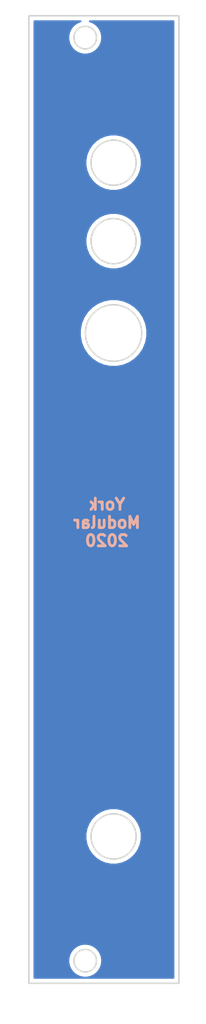
<source format=kicad_pcb>
(kicad_pcb (version 20171130) (host pcbnew 5.1.7-a382d34a8~87~ubuntu18.04.1)

  (general
    (thickness 1.6)
    (drawings 23)
    (tracks 0)
    (zones 0)
    (modules 0)
    (nets 1)
  )

  (page A4)
  (layers
    (0 F.Cu signal)
    (31 B.Cu signal)
    (32 B.Adhes user)
    (33 F.Adhes user)
    (34 B.Paste user)
    (35 F.Paste user)
    (36 B.SilkS user)
    (37 F.SilkS user)
    (38 B.Mask user)
    (39 F.Mask user)
    (40 Dwgs.User user)
    (41 Cmts.User user)
    (42 Eco1.User user)
    (43 Eco2.User user)
    (44 Edge.Cuts user)
    (45 Margin user)
    (46 B.CrtYd user)
    (47 F.CrtYd user)
    (48 B.Fab user)
    (49 F.Fab user)
  )

  (setup
    (last_trace_width 0.25)
    (trace_clearance 0.2)
    (zone_clearance 0.508)
    (zone_45_only no)
    (trace_min 0.2)
    (via_size 0.8)
    (via_drill 0.4)
    (via_min_size 0.4)
    (via_min_drill 0.3)
    (uvia_size 0.3)
    (uvia_drill 0.1)
    (uvias_allowed no)
    (uvia_min_size 0.2)
    (uvia_min_drill 0.1)
    (edge_width 0.05)
    (segment_width 0.2)
    (pcb_text_width 0.3)
    (pcb_text_size 1.5 1.5)
    (mod_edge_width 0.12)
    (mod_text_size 1 1)
    (mod_text_width 0.15)
    (pad_size 1.524 1.524)
    (pad_drill 0.762)
    (pad_to_mask_clearance 0.051)
    (solder_mask_min_width 0.25)
    (aux_axis_origin 0 0)
    (grid_origin 68.87383 163.51)
    (visible_elements FFFFFF7F)
    (pcbplotparams
      (layerselection 0x010fc_ffffffff)
      (usegerberextensions true)
      (usegerberattributes false)
      (usegerberadvancedattributes false)
      (creategerberjobfile false)
      (excludeedgelayer true)
      (linewidth 0.100000)
      (plotframeref false)
      (viasonmask false)
      (mode 1)
      (useauxorigin false)
      (hpglpennumber 1)
      (hpglpenspeed 20)
      (hpglpendiameter 15.000000)
      (psnegative false)
      (psa4output false)
      (plotreference true)
      (plotvalue true)
      (plotinvisibletext false)
      (padsonsilk false)
      (subtractmaskfromsilk false)
      (outputformat 1)
      (mirror false)
      (drillshape 0)
      (scaleselection 1)
      (outputdirectory "gerbers"))
  )

  (net 0 "")

  (net_class Default "This is the default net class."
    (clearance 0.2)
    (trace_width 0.25)
    (via_dia 0.8)
    (via_drill 0.4)
    (uvia_dia 0.3)
    (uvia_drill 0.1)
  )

  (gr_text "York\nModular\n2020" (at 79.248 102.362) (layer B.SilkS)
    (effects (font (size 1.5 1.5) (thickness 0.375)) (justify mirror))
  )
  (gr_text VCA (at 84.836 38.1) (layer F.Mask) (tstamp 5EB2E4C8)
    (effects (font (size 2 2) (thickness 0.5)))
  )
  (gr_text VCA (at 84.836 38.1) (layer F.Cu)
    (effects (font (size 2 2) (thickness 0.5)))
  )
  (gr_text IN (at 70.866 54.61 90) (layer F.Mask) (tstamp 5EB2E353)
    (effects (font (size 2 2) (thickness 0.5)))
  )
  (gr_text CV (at 70.866 65.024 90) (layer F.Mask) (tstamp 5EB2E350)
    (effects (font (size 2 2) (thickness 0.5)))
  )
  (gr_text LVL (at 70.866 77.216 90) (layer F.Mask) (tstamp 5EB2E4AC)
    (effects (font (size 2 2) (thickness 0.5)))
  )
  (gr_text OUT (at 70.866 144.018 90) (layer F.Mask) (tstamp 5EB2E49E)
    (effects (font (size 2 2) (thickness 0.5)))
  )
  (gr_text THAT2180 (at 78.994 120.142) (layer F.Mask) (tstamp 5EB2E347)
    (effects (font (size 3 2) (thickness 0.5)))
  )
  (gr_text THAT2180 (at 78.994 120.142) (layer F.Cu)
    (effects (font (size 3 2) (thickness 0.5)))
  )
  (gr_text OUT (at 70.866 144.018 90) (layer F.Cu) (tstamp 5EB2E2E8)
    (effects (font (size 2 2) (thickness 0.5)))
  )
  (gr_text LVL (at 70.866 77.216 90) (layer F.Cu) (tstamp 5EB2E2DE)
    (effects (font (size 2 2) (thickness 0.5)))
  )
  (gr_text CV (at 70.866 65.024 90) (layer F.Cu) (tstamp 5EB2E2D8)
    (effects (font (size 2 2) (thickness 0.5)))
  )
  (gr_text IN (at 70.866 54.61 90) (layer F.Cu)
    (effects (font (size 2 2) (thickness 0.5)))
  )
  (gr_line (start 68.87383 163.51) (end 68.87383 35.11) (layer Edge.Cuts) (width 0.2))
  (gr_line (start 68.87383 35.11) (end 88.85383 35.11) (layer Edge.Cuts) (width 0.2))
  (gr_line (start 88.85383 163.51) (end 68.87383 163.51) (layer Edge.Cuts) (width 0.2))
  (gr_circle (center 80.14883 77.212) (end 83.89883 77.212) (layer Edge.Cuts) (width 0.2))
  (gr_circle (center 80.14883 144.014) (end 83.14883 144.014) (layer Edge.Cuts) (width 0.2))
  (gr_circle (center 76.37383 160.51) (end 77.87383 160.51) (layer Edge.Cuts) (width 0.2))
  (gr_circle (center 76.37383 38.01) (end 77.87383 38.01) (layer Edge.Cuts) (width 0.2))
  (gr_line (start 88.85383 35.11) (end 88.85383 163.51) (layer Edge.Cuts) (width 0.2))
  (gr_circle (center 80.14883 65.02) (end 83.14883 65.02) (layer Edge.Cuts) (width 0.2))
  (gr_circle (center 80.14883 54.606) (end 83.14883 54.606) (layer Edge.Cuts) (width 0.2))

  (zone (net 0) (net_name "") (layer B.Cu) (tstamp 60005601) (hatch edge 0.508)
    (connect_pads (clearance 0.508))
    (min_thickness 0.254)
    (fill yes (arc_segments 32) (thermal_gap 0.508) (thermal_bridge_width 0.508))
    (polygon
      (pts
        (xy 92.456 168.91) (xy 65.024 167.386) (xy 66.548 34.544) (xy 91.186 33.02)
      )
    )
    (filled_polygon
      (pts
        (xy 75.719238 35.8521) (xy 75.31083 36.021268) (xy 74.943273 36.266861) (xy 74.630691 36.579443) (xy 74.385098 36.947)
        (xy 74.21593 37.355408) (xy 74.129688 37.788971) (xy 74.129688 38.231029) (xy 74.21593 38.664592) (xy 74.385098 39.073)
        (xy 74.630691 39.440557) (xy 74.943273 39.753139) (xy 75.31083 39.998732) (xy 75.719238 40.1679) (xy 76.152801 40.254142)
        (xy 76.594859 40.254142) (xy 77.028422 40.1679) (xy 77.43683 39.998732) (xy 77.804387 39.753139) (xy 78.116969 39.440557)
        (xy 78.362562 39.073) (xy 78.53173 38.664592) (xy 78.617972 38.231029) (xy 78.617972 37.788971) (xy 78.53173 37.355408)
        (xy 78.362562 36.947) (xy 78.116969 36.579443) (xy 77.804387 36.266861) (xy 77.43683 36.021268) (xy 77.028422 35.8521)
        (xy 76.992728 35.845) (xy 88.11883 35.845) (xy 88.118831 162.775) (xy 69.60883 162.775) (xy 69.60883 160.288971)
        (xy 74.129688 160.288971) (xy 74.129688 160.731029) (xy 74.21593 161.164592) (xy 74.385098 161.573) (xy 74.630691 161.940557)
        (xy 74.943273 162.253139) (xy 75.31083 162.498732) (xy 75.719238 162.6679) (xy 76.152801 162.754142) (xy 76.594859 162.754142)
        (xy 77.028422 162.6679) (xy 77.43683 162.498732) (xy 77.804387 162.253139) (xy 78.116969 161.940557) (xy 78.362562 161.573)
        (xy 78.53173 161.164592) (xy 78.617972 160.731029) (xy 78.617972 160.288971) (xy 78.53173 159.855408) (xy 78.362562 159.447)
        (xy 78.116969 159.079443) (xy 77.804387 158.766861) (xy 77.43683 158.521268) (xy 77.028422 158.3521) (xy 76.594859 158.265858)
        (xy 76.152801 158.265858) (xy 75.719238 158.3521) (xy 75.31083 158.521268) (xy 74.943273 158.766861) (xy 74.630691 159.079443)
        (xy 74.385098 159.447) (xy 74.21593 159.855408) (xy 74.129688 160.288971) (xy 69.60883 160.288971) (xy 69.60883 143.645946)
        (xy 76.411911 143.645946) (xy 76.411911 144.382054) (xy 76.555519 145.104019) (xy 76.837216 145.784095) (xy 77.246176 146.396147)
        (xy 77.766683 146.916654) (xy 78.378735 147.325614) (xy 79.058811 147.607311) (xy 79.780776 147.750919) (xy 80.516884 147.750919)
        (xy 81.238849 147.607311) (xy 81.918925 147.325614) (xy 82.530977 146.916654) (xy 83.051484 146.396147) (xy 83.460444 145.784095)
        (xy 83.742141 145.104019) (xy 83.885749 144.382054) (xy 83.885749 143.645946) (xy 83.742141 142.923981) (xy 83.460444 142.243905)
        (xy 83.051484 141.631853) (xy 82.530977 141.111346) (xy 81.918925 140.702386) (xy 81.238849 140.420689) (xy 80.516884 140.277081)
        (xy 79.780776 140.277081) (xy 79.058811 140.420689) (xy 78.378735 140.702386) (xy 77.766683 141.111346) (xy 77.246176 141.631853)
        (xy 76.837216 142.243905) (xy 76.555519 142.923981) (xy 76.411911 143.645946) (xy 69.60883 143.645946) (xy 69.60883 76.770433)
        (xy 75.665523 76.770433) (xy 75.665523 77.653567) (xy 75.837814 78.519732) (xy 76.175775 79.335642) (xy 76.666418 80.069942)
        (xy 77.290888 80.694412) (xy 78.025188 81.185055) (xy 78.841098 81.523016) (xy 79.707263 81.695307) (xy 80.590397 81.695307)
        (xy 81.456562 81.523016) (xy 82.272472 81.185055) (xy 83.006772 80.694412) (xy 83.631242 80.069942) (xy 84.121885 79.335642)
        (xy 84.459846 78.519732) (xy 84.632137 77.653567) (xy 84.632137 76.770433) (xy 84.459846 75.904268) (xy 84.121885 75.088358)
        (xy 83.631242 74.354058) (xy 83.006772 73.729588) (xy 82.272472 73.238945) (xy 81.456562 72.900984) (xy 80.590397 72.728693)
        (xy 79.707263 72.728693) (xy 78.841098 72.900984) (xy 78.025188 73.238945) (xy 77.290888 73.729588) (xy 76.666418 74.354058)
        (xy 76.175775 75.088358) (xy 75.837814 75.904268) (xy 75.665523 76.770433) (xy 69.60883 76.770433) (xy 69.60883 64.651946)
        (xy 76.411911 64.651946) (xy 76.411911 65.388054) (xy 76.555519 66.110019) (xy 76.837216 66.790095) (xy 77.246176 67.402147)
        (xy 77.766683 67.922654) (xy 78.378735 68.331614) (xy 79.058811 68.613311) (xy 79.780776 68.756919) (xy 80.516884 68.756919)
        (xy 81.238849 68.613311) (xy 81.918925 68.331614) (xy 82.530977 67.922654) (xy 83.051484 67.402147) (xy 83.460444 66.790095)
        (xy 83.742141 66.110019) (xy 83.885749 65.388054) (xy 83.885749 64.651946) (xy 83.742141 63.929981) (xy 83.460444 63.249905)
        (xy 83.051484 62.637853) (xy 82.530977 62.117346) (xy 81.918925 61.708386) (xy 81.238849 61.426689) (xy 80.516884 61.283081)
        (xy 79.780776 61.283081) (xy 79.058811 61.426689) (xy 78.378735 61.708386) (xy 77.766683 62.117346) (xy 77.246176 62.637853)
        (xy 76.837216 63.249905) (xy 76.555519 63.929981) (xy 76.411911 64.651946) (xy 69.60883 64.651946) (xy 69.60883 54.237946)
        (xy 76.411911 54.237946) (xy 76.411911 54.974054) (xy 76.555519 55.696019) (xy 76.837216 56.376095) (xy 77.246176 56.988147)
        (xy 77.766683 57.508654) (xy 78.378735 57.917614) (xy 79.058811 58.199311) (xy 79.780776 58.342919) (xy 80.516884 58.342919)
        (xy 81.238849 58.199311) (xy 81.918925 57.917614) (xy 82.530977 57.508654) (xy 83.051484 56.988147) (xy 83.460444 56.376095)
        (xy 83.742141 55.696019) (xy 83.885749 54.974054) (xy 83.885749 54.237946) (xy 83.742141 53.515981) (xy 83.460444 52.835905)
        (xy 83.051484 52.223853) (xy 82.530977 51.703346) (xy 81.918925 51.294386) (xy 81.238849 51.012689) (xy 80.516884 50.869081)
        (xy 79.780776 50.869081) (xy 79.058811 51.012689) (xy 78.378735 51.294386) (xy 77.766683 51.703346) (xy 77.246176 52.223853)
        (xy 76.837216 52.835905) (xy 76.555519 53.515981) (xy 76.411911 54.237946) (xy 69.60883 54.237946) (xy 69.60883 35.845)
        (xy 75.754932 35.845)
      )
    )
  )
)

</source>
